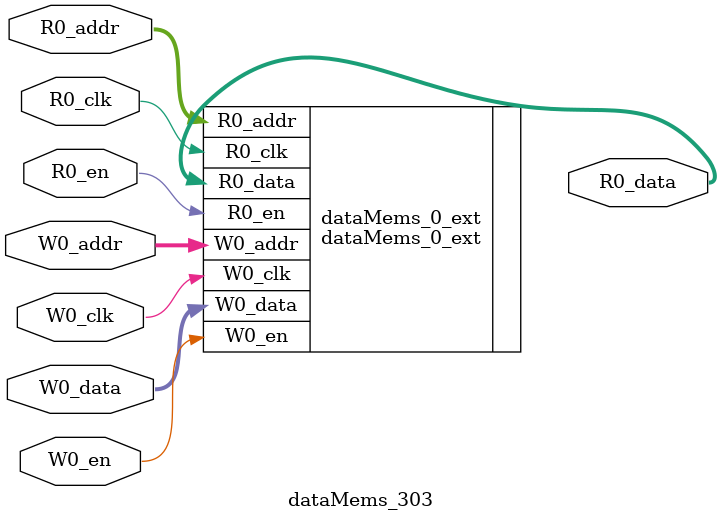
<source format=sv>
`ifndef RANDOMIZE
  `ifdef RANDOMIZE_REG_INIT
    `define RANDOMIZE
  `endif // RANDOMIZE_REG_INIT
`endif // not def RANDOMIZE
`ifndef RANDOMIZE
  `ifdef RANDOMIZE_MEM_INIT
    `define RANDOMIZE
  `endif // RANDOMIZE_MEM_INIT
`endif // not def RANDOMIZE

`ifndef RANDOM
  `define RANDOM $random
`endif // not def RANDOM

// Users can define 'PRINTF_COND' to add an extra gate to prints.
`ifndef PRINTF_COND_
  `ifdef PRINTF_COND
    `define PRINTF_COND_ (`PRINTF_COND)
  `else  // PRINTF_COND
    `define PRINTF_COND_ 1
  `endif // PRINTF_COND
`endif // not def PRINTF_COND_

// Users can define 'ASSERT_VERBOSE_COND' to add an extra gate to assert error printing.
`ifndef ASSERT_VERBOSE_COND_
  `ifdef ASSERT_VERBOSE_COND
    `define ASSERT_VERBOSE_COND_ (`ASSERT_VERBOSE_COND)
  `else  // ASSERT_VERBOSE_COND
    `define ASSERT_VERBOSE_COND_ 1
  `endif // ASSERT_VERBOSE_COND
`endif // not def ASSERT_VERBOSE_COND_

// Users can define 'STOP_COND' to add an extra gate to stop conditions.
`ifndef STOP_COND_
  `ifdef STOP_COND
    `define STOP_COND_ (`STOP_COND)
  `else  // STOP_COND
    `define STOP_COND_ 1
  `endif // STOP_COND
`endif // not def STOP_COND_

// Users can define INIT_RANDOM as general code that gets injected into the
// initializer block for modules with registers.
`ifndef INIT_RANDOM
  `define INIT_RANDOM
`endif // not def INIT_RANDOM

// If using random initialization, you can also define RANDOMIZE_DELAY to
// customize the delay used, otherwise 0.002 is used.
`ifndef RANDOMIZE_DELAY
  `define RANDOMIZE_DELAY 0.002
`endif // not def RANDOMIZE_DELAY

// Define INIT_RANDOM_PROLOG_ for use in our modules below.
`ifndef INIT_RANDOM_PROLOG_
  `ifdef RANDOMIZE
    `ifdef VERILATOR
      `define INIT_RANDOM_PROLOG_ `INIT_RANDOM
    `else  // VERILATOR
      `define INIT_RANDOM_PROLOG_ `INIT_RANDOM #`RANDOMIZE_DELAY begin end
    `endif // VERILATOR
  `else  // RANDOMIZE
    `define INIT_RANDOM_PROLOG_
  `endif // RANDOMIZE
`endif // not def INIT_RANDOM_PROLOG_

// Include register initializers in init blocks unless synthesis is set
`ifndef SYNTHESIS
  `ifndef ENABLE_INITIAL_REG_
    `define ENABLE_INITIAL_REG_
  `endif // not def ENABLE_INITIAL_REG_
`endif // not def SYNTHESIS

// Include rmemory initializers in init blocks unless synthesis is set
`ifndef SYNTHESIS
  `ifndef ENABLE_INITIAL_MEM_
    `define ENABLE_INITIAL_MEM_
  `endif // not def ENABLE_INITIAL_MEM_
`endif // not def SYNTHESIS

module dataMems_303(	// @[generators/ara/src/main/scala/UnsafeAXI4ToTL.scala:365:62]
  input  [4:0]  R0_addr,
  input         R0_en,
  input         R0_clk,
  output [66:0] R0_data,
  input  [4:0]  W0_addr,
  input         W0_en,
  input         W0_clk,
  input  [66:0] W0_data
);

  dataMems_0_ext dataMems_0_ext (	// @[generators/ara/src/main/scala/UnsafeAXI4ToTL.scala:365:62]
    .R0_addr (R0_addr),
    .R0_en   (R0_en),
    .R0_clk  (R0_clk),
    .R0_data (R0_data),
    .W0_addr (W0_addr),
    .W0_en   (W0_en),
    .W0_clk  (W0_clk),
    .W0_data (W0_data)
  );
endmodule


</source>
